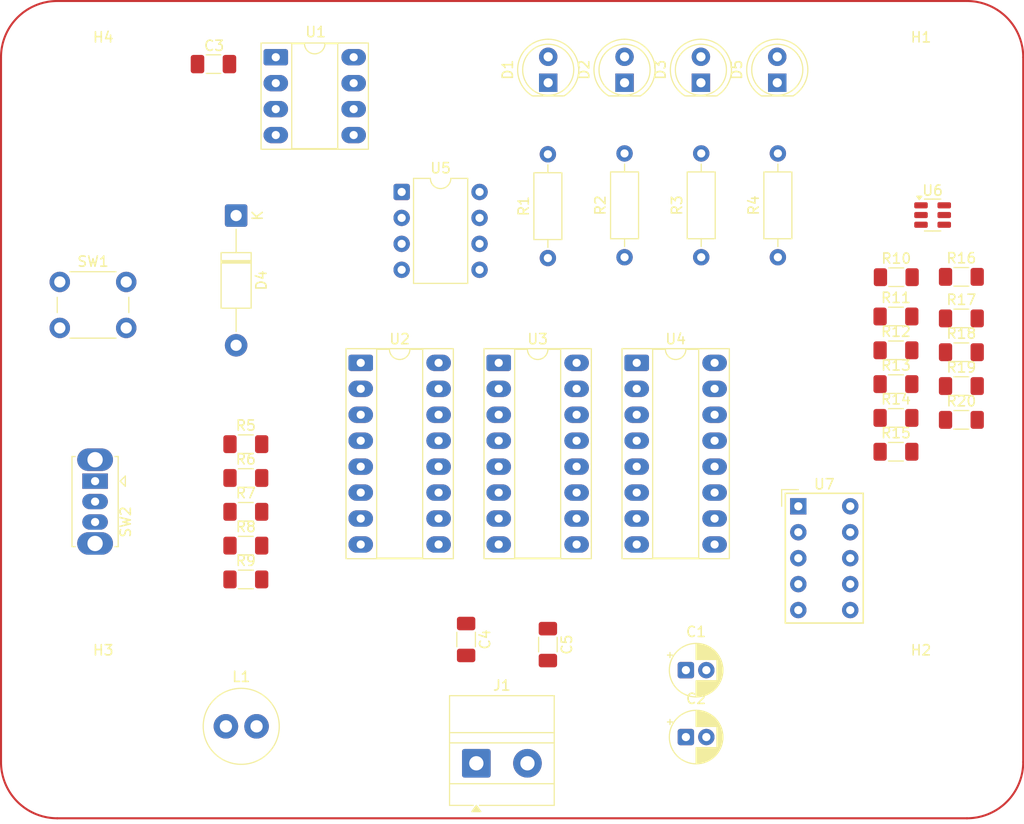
<source format=kicad_pcb>
(kicad_pcb (version 20241229) (generator "pcbnew") (generator_version "9.0")
  (layers (0 "F.Cu" signal) (2 "B.Cu" signal) (13 "F.Paste" user) (15 "B.Paste" user) (5 "F.SilkS" user "F.Silkscreen") (7 "B.SilkS" user "B.Silkscreen") (1 "F.Mask" user) (3 "B.Mask" user) (25 "Edge.Cuts" user))
  (net 0 "")
  (net 1 "VD")
  (net 2 "GND")
  (net 3 "+5V")
  (net 4 "Net-(SW2-C)")
  (net 5 "Net-(D1-K)")
  (net 6 "Q0")
  (net 7 "Net-(D2-K)")
  (net 8 "Q1")
  (net 9 "Q2")
  (net 10 "Net-(D3-K)")
  (net 11 "Net-(D4-K)")
  (net 12 "Q3")
  (net 13 "Net-(D5-K)")
  (net 16 "Reset")
  (net 17 "Net-(U2B-J)")
  (net 18 "Net-(U2A-J)")
  (net 20 "Clock")
  (net 24 "Net-(U3A-J)")
  (net 25 "Net-(U3B-J)")
  (net 26 "Net-(U5-THR)")
  (net 28 "Net-(U5-DIS)")
  (net 29 "555")
  (net 30 "Net-(U7-E)")
  (net 31 "Net-(U7-D)")
  (net 32 "Net-(U7-B)")
  (net 33 "Net-(U7-F)")
  (net 34 "Net-(U7-G)")
  (net 35 "Net-(U7-A)")
  (net 37 "Net-(U7-C)")
  (net 38 "Net-(U4-a)")
  (net 39 "Net-(U4-b)")
  (net 40 "Net-(U4-c)")
  (net 41 "Net-(R13-Pad1)")
  (net 42 "Net-(U4-d)")
  (net 43 "Net-(U4-BI)")
  (net 44 "Net-(U4-e)")
  (net 45 "Net-(U4-f)")
  (net 46 "Net-(U4-g)")
  (footprint "MountingHole:MountingHole_5.5mm" (layer "F.Cu") (at 244.5 71)
    (property "Reference" "H1" (at 0 -6.45 0) (layer "F.SilkS"))
    (property "Value" "MountingHole")
    (pad "" np_thru_hole circle (at 0 0) (size 5.5 5.5) (drill 5.5) (layers "*.Cu" "*.Mask"))
  )
  (footprint "Resistor_THT:R_Axial_DIN0207_L6.3mm_D2.5mm_P10.16mm_Horizontal" (layer "F.Cu") (at 223 86.08 90)
    (property "Reference" "R3" (at 5.08 -2.37 90) (layer "F.SilkS"))
    (property "Value" "4k7")
    (pad "1" thru_hole circle (at 0 0 90) (size 1.6 1.6) (drill 0.8) (layers "*.Cu" "*.Mask") (net 10 "Net-(D3-K)"))
    (pad "2" thru_hole circle (at 10.16 0 90) (size 1.6 1.6) (drill 0.8) (layers "*.Cu" "*.Mask") (net 2 "GND"))
  )
  (footprint "Resistor_SMD:R_1206_3216Metric_Pad1.30x1.75mm_HandSolder" (layer "F.Cu") (at 248.45 95.38)
    (property "Reference" "R18" (at 0 -1.83 0) (layer "F.SilkS"))
    (property "Value" "2k")
    (pad "1" smd roundrect (at -1.55 0) (size 1.3 1.75) (layers "F.Cu" "F.Mask" "F.Paste") (roundrect_rratio 0.192308) (net 46 "Net-(U4-g)"))
    (pad "2" smd roundrect (at 1.55 0) (size 1.3 1.75) (layers "F.Cu" "F.Mask" "F.Paste") (roundrect_rratio 0.192308) (net 34 "Net-(U7-G)"))
  )
  (footprint "MountingHole:MountingHole_5.5mm" (layer "F.Cu") (at 164.5 71)
    (property "Reference" "H4" (at 0 -6.45 0) (layer "F.SilkS"))
    (property "Value" "MountingHole")
    (pad "" np_thru_hole circle (at 0 0) (size 5.5 5.5) (drill 5.5) (layers "*.Cu" "*.Mask"))
  )
  (footprint "Package_DIP:DIP-16_W7.62mm_Socket_LongPads" (layer "F.Cu") (at 216.69 96.42)
    (property "Reference" "U4" (at 3.81 -2.33 0) (layer "F.SilkS"))
    (property "Value" "74LS47")
    (pad "1" thru_hole roundrect (at 0 0) (size 2.4 1.6) (drill 0.8) (layers "*.Cu" "*.Mask") (roundrect_rratio 0.15625) (net 8 "Q1"))
    (pad "2" thru_hole oval (at 0 2.54) (size 2.4 1.6) (drill 0.8) (layers "*.Cu" "*.Mask") (net 9 "Q2"))
    (pad "3" thru_hole oval (at 0 5.08) (size 2.4 1.6) (drill 0.8) (layers "*.Cu" "*.Mask") (net 43 "Net-(U4-BI)"))
    (pad "4" thru_hole oval (at 0 7.62) (size 2.4 1.6) (drill 0.8) (layers "*.Cu" "*.Mask") (net 43 "Net-(U4-BI)"))
    (pad "5" thru_hole oval (at 0 10.16) (size 2.4 1.6) (drill 0.8) (layers "*.Cu" "*.Mask") (net 43 "Net-(U4-BI)"))
    (pad "6" thru_hole oval (at 0 12.7) (size 2.4 1.6) (drill 0.8) (layers "*.Cu" "*.Mask") (net 12 "Q3"))
    (pad "7" thru_hole oval (at 0 15.24) (size 2.4 1.6) (drill 0.8) (layers "*.Cu" "*.Mask") (net 6 "Q0"))
    (pad "8" thru_hole oval (at 0 17.78) (size 2.4 1.6) (drill 0.8) (layers "*.Cu" "*.Mask") (net 2 "GND"))
    (pad "9" thru_hole oval (at 7.62 17.78) (size 2.4 1.6) (drill 0.8) (layers "*.Cu" "*.Mask") (net 44 "Net-(U4-e)"))
    (pad "10" thru_hole oval (at 7.62 15.24) (size 2.4 1.6) (drill 0.8) (layers "*.Cu" "*.Mask") (net 42 "Net-(U4-d)"))
    (pad "11" thru_hole oval (at 7.62 12.7) (size 2.4 1.6) (drill 0.8) (layers "*.Cu" "*.Mask") (net 40 "Net-(U4-c)"))
    (pad "12" thru_hole oval (at 7.62 10.16) (size 2.4 1.6) (drill 0.8) (layers "*.Cu" "*.Mask") (net 39 "Net-(U4-b)"))
    (pad "13" thru_hole oval (at 7.62 7.62) (size 2.4 1.6) (drill 0.8) (layers "*.Cu" "*.Mask") (net 38 "Net-(U4-a)"))
    (pad "14" thru_hole oval (at 7.62 5.08) (size 2.4 1.6) (drill 0.8) (layers "*.Cu" "*.Mask") (net 46 "Net-(U4-g)"))
    (pad "15" thru_hole oval (at 7.62 2.54) (size 2.4 1.6) (drill 0.8) (layers "*.Cu" "*.Mask") (net 45 "Net-(U4-f)"))
    (pad "16" thru_hole oval (at 7.62 0) (size 2.4 1.6) (drill 0.8) (layers "*.Cu" "*.Mask") (net 3 "+5V"))
  )
  (footprint "Resistor_SMD:R_1206_3216Metric_Pad1.30x1.75mm_HandSolder" (layer "F.Cu") (at 242.05 105.12)
    (property "Reference" "R15" (at 0 -1.83 0) (layer "F.SilkS"))
    (property "Value" "R")
    (pad "1" smd roundrect (at -1.55 0) (size 1.3 1.75) (layers "F.Cu" "F.Mask" "F.Paste") (roundrect_rratio 0.192308) (net 43 "Net-(U4-BI)"))
    (pad "2" smd roundrect (at 1.55 0) (size 1.3 1.75) (layers "F.Cu" "F.Mask" "F.Paste") (roundrect_rratio 0.192308) (net 3 "+5V"))
  )
  (footprint "Capacitor_SMD:C_1206_3216Metric_Pad1.33x1.80mm_HandSolder" (layer "F.Cu") (at 208 124 -90)
    (property "Reference" "C5" (at 0 -1.85 90) (layer "F.SilkS"))
    (property "Value" "10u")
    (pad "1" smd roundrect (at -1.5625 0 270) (size 1.325 1.8) (layers "F.Cu" "F.Mask" "F.Paste") (roundrect_rratio 0.188679) (net 26 "Net-(U5-THR)"))
    (pad "2" smd roundrect (at 1.5625 0 270) (size 1.325 1.8) (layers "F.Cu" "F.Mask" "F.Paste") (roundrect_rratio 0.188679) (net 2 "GND"))
  )
  (footprint "Resistor_SMD:R_1206_3216Metric_Pad1.30x1.75mm_HandSolder" (layer "F.Cu") (at 248.45 92.07)
    (property "Reference" "R17" (at 0 -1.83 0) (layer "F.SilkS"))
    (property "Value" "2k")
    (pad "1" smd roundrect (at -1.55 0) (size 1.3 1.75) (layers "F.Cu" "F.Mask" "F.Paste") (roundrect_rratio 0.192308) (net 45 "Net-(U4-f)"))
    (pad "2" smd roundrect (at 1.55 0) (size 1.3 1.75) (layers "F.Cu" "F.Mask" "F.Paste") (roundrect_rratio 0.192308) (net 33 "Net-(U7-F)"))
  )
  (footprint "Package_DIP:DIP-8_W7.62mm_Socket_LongPads" (layer "F.Cu") (at 181.38 66.5)
    (property "Reference" "U1" (at 3.900176 -2.466802 0) (layer "F.SilkS"))
    (property "Value" "LM2574N-5")
    (pad "1" thru_hole roundrect (at 0 0) (size 2.4 1.6) (drill 0.8) (layers "*.Cu" "*.Mask") (roundrect_rratio 0.15625) (net 3 "+5V"))
    (pad "2" thru_hole oval (at 0 2.54) (size 2.4 1.6) (drill 0.8) (layers "*.Cu" "*.Mask") (net 2 "GND"))
    (pad "3" thru_hole oval (at 0 5.08) (size 2.4 1.6) (drill 0.8) (layers "*.Cu" "*.Mask") (net 2 "GND"))
    (pad "4" thru_hole oval (at 0 7.62) (size 2.4 1.6) (drill 0.8) (layers "*.Cu" "*.Mask") (net 2 "GND"))
    (pad "5" thru_hole oval (at 7.62 7.62) (size 2.4 1.6) (drill 0.8) (layers "*.Cu" "*.Mask") (net 1 "VD"))
    (pad "6" thru_hole oval (at 7.62 5.08) (size 2.4 1.6) (drill 0.8) (layers "*.Cu" "*.Mask"))
    (pad "7" thru_hole oval (at 7.62 2.54) (size 2.4 1.6) (drill 0.8) (layers "*.Cu" "*.Mask") (net 11 "Net-(D4-K)"))
    (pad "8" thru_hole oval (at 7.62 0) (size 2.4 1.6) (drill 0.8) (layers "*.Cu" "*.Mask"))
  )
  (footprint "LED_THT:LED_D5.0mm" (layer "F.Cu") (at 222.97 69 90)
    (property "Reference" "D3" (at 1.27 -3.96 90) (layer "F.SilkS"))
    (property "Value" "~")
    (pad "1" thru_hole rect (at 0 0 90) (size 1.8 1.8) (drill 0.9) (layers "*.Cu" "*.Mask") (net 10 "Net-(D3-K)"))
    (pad "2" thru_hole circle (at 2.54 0 90) (size 1.8 1.8) (drill 0.9) (layers "*.Cu" "*.Mask") (net 9 "Q2"))
  )
  (footprint "MountingHole:MountingHole_5.5mm" (layer "F.Cu") (at 164.5 131)
    (property "Reference" "H3" (at 0 -6.45 0) (layer "F.SilkS"))
    (property "Value" "MountingHole")
    (pad "" np_thru_hole circle (at 0 0) (size 5.5 5.5) (drill 5.5) (layers "*.Cu" "*.Mask"))
  )
  (footprint "Resistor_THT:R_Axial_DIN0207_L6.3mm_D2.5mm_P10.16mm_Horizontal" (layer "F.Cu") (at 215.5 86.08 90)
    (property "Reference" "R2" (at 5.08 -2.37 90) (layer "F.SilkS"))
    (property "Value" "4k7")
    (pad "1" thru_hole circle (at 0 0 90) (size 1.6 1.6) (drill 0.8) (layers "*.Cu" "*.Mask") (net 7 "Net-(D2-K)"))
    (pad "2" thru_hole circle (at 10.16 0 90) (size 1.6 1.6) (drill 0.8) (layers "*.Cu" "*.Mask") (net 2 "GND"))
  )
  (footprint "Resistor_SMD:R_1206_3216Metric_Pad1.30x1.75mm_HandSolder" (layer "F.Cu") (at 178.45 107.69)
    (property "Reference" "R6" (at 0 -1.83 0) (layer "F.SilkS"))
    (property "Value" "2k")
    (pad "1" smd roundrect (at -1.55 0) (size 1.3 1.75) (layers "F.Cu" "F.Mask" "F.Paste") (roundrect_rratio 0.192308) (net 39 "Net-(U4-b)"))
    (pad "2" smd roundrect (at 1.55 0) (size 1.3 1.75) (layers "F.Cu" "F.Mask" "F.Paste") (roundrect_rratio 0.192308) (net 32 "Net-(U7-B)"))
  )
  (footprint "MountingHole:MountingHole_5.5mm" (layer "F.Cu") (at 244.5 131)
    (property "Reference" "H2" (at 0 -6.45 0) (layer "F.SilkS"))
    (property "Value" "MountingHole")
    (pad "" np_thru_hole circle (at 0 0) (size 5.5 5.5) (drill 5.5) (layers "*.Cu" "*.Mask"))
  )
  (footprint "Capacitor_SMD:C_1206_3216Metric_Pad1.33x1.80mm_HandSolder" (layer "F.Cu") (at 200 123.5 -90)
    (property "Reference" "C4" (at 0 -1.85 90) (layer "F.SilkS"))
    (property "Value" "100n")
    (pad "1" smd roundrect (at -1.5625 0 270) (size 1.325 1.8) (layers "F.Cu" "F.Mask" "F.Paste") (roundrect_rratio 0.188679) (net 3 "+5V"))
    (pad "2" smd roundrect (at 1.5625 0 270) (size 1.325 1.8) (layers "F.Cu" "F.Mask" "F.Paste") (roundrect_rratio 0.188679) (net 2 "GND"))
  )
  (footprint "Resistor_THT:R_Axial_DIN0207_L6.3mm_D2.5mm_P10.16mm_Horizontal" (layer "F.Cu") (at 230.5 86.08 90)
    (property "Reference" "R4" (at 5.08 -2.37 90) (layer "F.SilkS"))
    (property "Value" "4k7")
    (pad "1" thru_hole circle (at 0 0 90) (size 1.6 1.6) (drill 0.8) (layers "*.Cu" "*.Mask") (net 13 "Net-(D5-K)"))
    (pad "2" thru_hole circle (at 10.16 0 90) (size 1.6 1.6) (drill 0.8) (layers "*.Cu" "*.Mask") (net 2 "GND"))
  )
  (footprint "Resistor_SMD:R_1206_3216Metric_Pad1.30x1.75mm_HandSolder" (layer "F.Cu") (at 178.45 117.62)
    (property "Reference" "R9" (at 0 -1.83 0) (layer "F.SilkS"))
    (property "Value" "10k")
    (pad "1" smd roundrect (at -1.55 0) (size 1.3 1.75) (layers "F.Cu" "F.Mask" "F.Paste") (roundrect_rratio 0.192308) (net 3 "+5V"))
    (pad "2" smd roundrect (at 1.55 0) (size 1.3 1.75) (layers "F.Cu" "F.Mask" "F.Paste") (roundrect_rratio 0.192308) (net 18 "Net-(U2A-J)"))
  )
  (footprint "LED_THT:LED_D5.0mm" (layer "F.Cu") (at 208.03 69 90)
    (property "Reference" "D1" (at 1.27 -3.96 90) (layer "F.SilkS"))
    (property "Value" "~")
    (pad "1" thru_hole rect (at 0 0 90) (size 1.8 1.8) (drill 0.9) (layers "*.Cu" "*.Mask") (net 5 "Net-(D1-K)"))
    (pad "2" thru_hole circle (at 2.54 0 90) (size 1.8 1.8) (drill 0.9) (layers "*.Cu" "*.Mask") (net 6 "Q0"))
  )
  (footprint "Resistor_SMD:R_1206_3216Metric_Pad1.30x1.75mm_HandSolder" (layer "F.Cu") (at 248.45 102)
    (property "Reference" "R20" (at 0 -1.83 0) (layer "F.SilkS"))
    (property "Value" "47k")
    (pad "1" smd roundrect (at -1.55 0) (size 1.3 1.75) (layers "F.Cu" "F.Mask" "F.Paste") (roundrect_rratio 0.192308) (net 28 "Net-(U5-DIS)"))
    (pad "2" smd roundrect (at 1.55 0) (size 1.3 1.75) (layers "F.Cu" "F.Mask" "F.Paste") (roundrect_rratio 0.192308) (net 26 "Net-(U5-THR)"))
  )
  (footprint "LED_THT:LED_D5.0mm" (layer "F.Cu") (at 230.44 69 90)
    (property "Reference" "D5" (at 1.27 -3.96 90) (layer "F.SilkS"))
    (property "Value" "~")
    (pad "1" thru_hole rect (at 0 0 90) (size 1.8 1.8) (drill 0.9) (layers "*.Cu" "*.Mask") (net 13 "Net-(D5-K)"))
    (pad "2" thru_hole circle (at 2.54 0 90) (size 1.8 1.8) (drill 0.9) (layers "*.Cu" "*.Mask") (net 12 "Q3"))
  )
  (footprint "Resistor_SMD:R_1206_3216Metric_Pad1.30x1.75mm_HandSolder" (layer "F.Cu") (at 242.05 101.81)
    (property "Reference" "R14" (at 0 -1.83 0) (layer "F.SilkS"))
    (property "Value" "2k")
    (pad "1" smd roundrect (at -1.55 0) (size 1.3 1.75) (layers "F.Cu" "F.Mask" "F.Paste") (roundrect_rratio 0.192308) (net 42 "Net-(U4-d)"))
    (pad "2" smd roundrect (at 1.55 0) (size 1.3 1.75) (layers "F.Cu" "F.Mask" "F.Paste") (roundrect_rratio 0.192308) (net 31 "Net-(U7-D)"))
  )
  (footprint "Capacitor_SMD:C_1206_3216Metric_Pad1.33x1.80mm_HandSolder" (layer "F.Cu") (at 175.284073 67.175539)
    (property "Reference" "C3" (at 0.0625 -1.8 0) (layer "F.SilkS"))
    (property "Value" "1u")
    (pad "1" smd roundrect (at -1.5625 0) (size 1.325 1.8) (layers "F.Cu" "F.Mask" "F.Paste") (roundrect_rratio 0.188679) (net 2 "GND"))
    (pad "2" smd roundrect (at 1.5625 0) (size 1.325 1.8) (layers "F.Cu" "F.Mask" "F.Paste") (roundrect_rratio 0.188679) (net 4 "Net-(SW2-C)"))
  )
  (footprint "Diode_THT:D_DO-41_SOD81_P12.70mm_Horizontal" (layer "F.Cu") (at 177.5 82 -90)
    (property "Reference" "D4" (at 6.35 -2.47 90) (layer "F.SilkS"))
    (property "Value" "11DQO6")
    (fp_text user "K" (at 0 -2.1 90) (layer "F.SilkS"))
    (pad "1" thru_hole roundrect (at 0 0 270) (size 2.2 2.2) (drill 1.1) (layers "*.Cu" "*.Mask") (roundrect_rratio 0.113636) (net 11 "Net-(D4-K)"))
    (pad "2" thru_hole circle (at 12.7 0 270) (size 2.2 2.2) (drill 1.1) (layers "*.Cu" "*.Mask") (net 2 "GND"))
  )
  (footprint "Package_DIP:DIP-8_W7.62mm" (layer "F.Cu") (at 193.695 79.69)
    (property "Reference" "U5" (at 3.81 -2.33 0) (layer "F.SilkS"))
    (property "Value" "NE555P")
    (pad "1" thru_hole roundrect (at 0 0) (size 1.6 1.6) (drill 0.8) (layers "*.Cu" "*.Mask") (roundrect_rratio 0.15625) (net 2 "GND"))
    (pad "2" thru_hole circle (at 0 2.54) (size 1.6 1.6) (drill 0.8) (layers "*.Cu" "*.Mask") (net 26 "Net-(U5-THR)"))
    (pad "3" thru_hole circle (at 0 5.08) (size 1.6 1.6) (drill 0.8) (layers "*.Cu" "*.Mask") (net 29 "555"))
    (pad "4" thru_hole circle (at 0 7.62) (size 1.6 1.6) (drill 0.8) (layers "*.Cu" "*.Mask") (net 3 "+5V"))
    (pad "5" thru_hole circle (at 7.62 7.62) (size 1.6 1.6) (drill 0.8) (layers "*.Cu" "*.Mask"))
    (pad "6" thru_hole circle (at 7.62 5.08) (size 1.6 1.6) (drill 0.8) (layers "*.Cu" "*.Mask") (net 26 "Net-(U5-THR)"))
    (pad "7" thru_hole circle (at 7.62 2.54) (size 1.6 1.6) (drill 0.8) (layers "*.Cu" "*.Mask") (net 28 "Net-(U5-DIS)"))
    (pad "8" thru_hole circle (at 7.62 0) (size 1.6 1.6) (drill 0.8) (layers "*.Cu" "*.Mask") (net 3 "+5V"))
  )
  (footprint "Capacitor_THT:CP_Radial_D5.0mm_P2.00mm" (layer "F.Cu") (at 221.5 133.05)
    (property "Reference" "C2" (at 1 -3.75 0) (layer "F.SilkS"))
    (property "Value" "220u")
    (pad "1" thru_hole roundrect (at 0 0) (size 1.6 1.6) (drill 0.8) (layers "*.Cu" "*.Mask") (roundrect_rratio 0.15625) (net 3 "+5V"))
    (pad "2" thru_hole circle (at 2 0) (size 1.6 1.6) (drill 0.8) (layers "*.Cu" "*.Mask") (net 2 "GND"))
  )
  (footprint "Inductor_THT:L_Radial_D7.2mm_P3.00mm_Murata_1700" (layer "F.Cu") (at 176.5 132)
    (property "Reference" "L1" (at 1.5 -4.85 0) (layer "F.SilkS"))
    (property "Value" "330u")
    (pad "1" thru_hole circle (at 0 0) (size 2.4 2.4) (drill 1.2) (layers "*.Cu" "*.Mask") (net 11 "Net-(D4-K)"))
    (pad "2" thru_hole circle (at 3 0) (size 2.4 2.4) (drill 1.2) (layers "*.Cu" "*.Mask") (net 3 "+5V"))
  )
  (footprint "Button_Switch_THT:SW_PUSH_6mm_H4.3mm" (layer "F.Cu") (at 160.25 88.5)
    (property "Reference" "SW1" (at 3.25 -2 0) (layer "F.SilkS"))
    (property "Value" "~")
    (pad "1" thru_hole circle (at 0 0 90) (size 2 2) (drill 1.1) (layers "*.Cu" "*.Mask") (net 2 "GND"))
    (pad "1" thru_hole circle (at 6.5 0 90) (size 2 2) (drill 1.1) (layers "*.Cu" "*.Mask") (net 2 "GND"))
    (pad "2" thru_hole circle (at 0 4.5 90) (size 2 2) (drill 1.1) (layers "*.Cu" "*.Mask") (net 41 "Net-(R13-Pad1)"))
    (pad "2" thru_hole circle (at 6.5 4.5 90) (size 2 2) (drill 1.1) (layers "*.Cu" "*.Mask") (net 41 "Net-(R13-Pad1)"))
  )
  (footprint "Button_Switch_THT:SW_Slide_SPDT_Straight_CK_OS102011MS2Q" (layer "F.Cu") (at 163.7025 108 -90)
    (property "Reference" "SW2" (at 3.99 -2.99 90) (layer "F.SilkS"))
    (property "Value" "~")
    (pad "" thru_hole oval (at -2.1 0 270) (size 2.2 3.5) (drill 1.5) (layers "*.Cu" "*.Mask"))
    (pad "" thru_hole oval (at 6.1 0 270) (size 2.2 3.5) (drill 1.5) (layers "*.Cu" "*.Mask"))
    (pad "1" thru_hole rect (at 0 0 270) (size 1.5 2.5) (drill 0.8) (layers "*.Cu" "*.Mask") (net 20 "Clock"))
    (pad "2" thru_hole oval (at 2 0 270) (size 1.5 2.5) (drill 0.8) (layers "*.Cu" "*.Mask") (net 29 "555"))
    (pad "3" thru_hole oval (at 4 0 270) (size 1.5 2.5) (drill 0.8) (layers "*.Cu" "*.Mask") (net 4 "Net-(SW2-C)"))
  )
  (footprint "Resistor_SMD:R_1206_3216Metric_Pad1.30x1.75mm_HandSolder" (layer "F.Cu") (at 242.05 91.88)
    (property "Reference" "R11" (at 0 -1.83 0) (layer "F.SilkS"))
    (property "Value" "10k")
    (pad "1" smd roundrect (at -1.55 0) (size 1.3 1.75) (layers "F.Cu" "F.Mask" "F.Paste") (roundrect_rratio 0.192308) (net 3 "+5V"))
    (pad "2" smd roundrect (at 1.55 0) (size 1.3 1.75) (layers "F.Cu" "F.Mask" "F.Paste") (roundrect_rratio 0.192308) (net 24 "Net-(U3A-J)"))
  )
  (footprint "Package_DIP:DIP-16_W7.62mm_Socket_LongPads" (layer "F.Cu") (at 203.19 96.42)
    (property "Reference" "U3" (at 3.81 -2.33 0) (layer "F.SilkS"))
    (property "Value" "4027")
    (pad "1" thru_hole roundrect (at 0 0) (size 2.4 1.6) (drill 0.8) (layers "*.Cu" "*.Mask") (roundrect_rratio 0.15625) (net 9 "Q2"))
    (pad "2" thru_hole oval (at 0 2.54) (size 2.4 1.6) (drill 0.8) (layers "*.Cu" "*.Mask"))
    (pad "3" thru_hole oval (at 0 5.08) (size 2.4 1.6) (drill 0.8) (layers "*.Cu" "*.Mask") (net 8 "Q1"))
    (pad "4" thru_hole oval (at 0 7.62) (size 2.4 1.6) (drill 0.8) (layers "*.Cu" "*.Mask") (net 16 "Reset"))
    (pad "5" thru_hole oval (at 0 10.16) (size 2.4 1.6) (drill 0.8) (layers "*.Cu" "*.Mask") (net 24 "Net-(U3A-J)"))
    (pad "6" thru_hole oval (at 0 12.7) (size 2.4 1.6) (drill 0.8) (layers "*.Cu" "*.Mask") (net 24 "Net-(U3A-J)"))
    (pad "7" thru_hole oval (at 0 15.24) (size 2.4 1.6) (drill 0.8) (layers "*.Cu" "*.Mask") (net 2 "GND"))
    (pad "8" thru_hole oval (at 0 17.78) (size 2.4 1.6) (drill 0.8) (layers "*.Cu" "*.Mask") (net 2 "GND"))
    (pad "9" thru_hole oval (at 7.62 17.78) (size 2.4 1.6) (drill 0.8) (layers "*.Cu" "*.Mask") (net 2 "GND"))
    (pad "10" thru_hole oval (at 7.62 15.24) (size 2.4 1.6) (drill 0.8) (layers "*.Cu" "*.Mask") (net 25 "Net-(U3B-J)"))
    (pad "11" thru_hole oval (at 7.62 12.7) (size 2.4 1.6) (drill 0.8) (layers "*.Cu" "*.Mask") (net 25 "Net-(U3B-J)"))
    (pad "12" thru_hole oval (at 7.62 10.16) (size 2.4 1.6) (drill 0.8) (layers "*.Cu" "*.Mask") (net 16 "Reset"))
    (pad "13" thru_hole oval (at 7.62 7.62) (size 2.4 1.6) (drill 0.8) (layers "*.Cu" "*.Mask") (net 9 "Q2"))
    (pad "14" thru_hole oval (at 7.62 5.08) (size 2.4 1.6) (drill 0.8) (layers "*.Cu" "*.Mask"))
    (pad "15" thru_hole oval (at 7.62 2.54) (size 2.4 1.6) (drill 0.8) (layers "*.Cu" "*.Mask") (net 12 "Q3"))
    (pad "16" thru_hole oval (at 7.62 0) (size 2.4 1.6) (drill 0.8) (layers "*.Cu" "*.Mask") (net 3 "+5V"))
  )
  (footprint "Display_7Segment:HDSP-7401" (layer "F.Cu") (at 232.5 110.46)
    (property "Reference" "U7" (at 2.54 -2.159 0) (layer "F.SilkS"))
    (property "Value" "SA39-12EWA")
    (pad "1" thru_hole rect (at 0 0) (size 1.6 1.6) (drill 0.8) (layers "*.Cu" "*.Mask") (net 3 "+5V"))
    (pad "2" thru_hole circle (at 0 2.54) (size 1.6 1.6) (drill 0.8) (layers "*.Cu" "*.Mask") (net 33 "Net-(U7-F)"))
    (pad "3" thru_hole circle (at 0 5.08) (size 1.6 1.6) (drill 0.8) (layers "*.Cu" "*.Mask") (net 34 "Net-(U7-G)"))
    (pad "4" thru_hole circle (at 0 7.62) (size 1.6 1.6) (drill 0.8) (layers "*.Cu" "*.Mask") (net 30 "Net-(U7-E)"))
    (pad "5" thru_hole circle (at 0 10.16) (size 1.6 1.6) (drill 0.8) (layers "*.Cu" "*.Mask") (net 31 "Net-(U7-D)"))
    (pad "6" thru_hole circle (at 5.08 10.16) (size 1.6 1.6) (drill 0.8) (layers "*.Cu" "*.Mask") (net 3 "+5V"))
    (pad "7" thru_hole circle (at 5.08 7.62) (size 1.6 1.6) (drill 0.8) (layers "*.Cu" "*.Mask"))
    (pad "8" thru_hole circle (at 5.08 5.08) (size 1.6 1.6) (drill 0.8) (layers "*.Cu" "*.Mask") (net 37 "Net-(U7-C)"))
    (pad "9" thru_hole circle (at 5.08 2.54) (size 1.6 1.6) (drill 0.8) (layers "*.Cu" "*.Mask") (net 32 "Net-(U7-B)"))
    (pad "10" thru_hole circle (at 5.08 0) (size 1.6 1.6) (drill 0.8) (layers "*.Cu" "*.Mask") (net 35 "Net-(U7-A)"))
  )
  (footprint "Resistor_SMD:R_1206_3216Metric_Pad1.30x1.75mm_HandSolder" (layer "F.Cu") (at 178.45 111)
    (property "Reference" "R7" (at 0 -1.83 0) (layer "F.SilkS"))
    (property "Value" "2k")
    (pad "1" smd roundrect (at -1.55 0) (size 1.3 1.75) (layers "F.Cu" "F.Mask" "F.Paste") (roundrect_rratio 0.192308) (net 3 "+5V"))
    (pad "2" smd roundrect (at 1.55 0) (size 1.3 1.75) (layers "F.Cu" "F.Mask" "F.Paste") (roundrect_rratio 0.192308) (net 20 "Clock"))
  )
  (footprint "Resistor_SMD:R_1206_3216Metric_Pad1.30x1.75mm_HandSolder" (layer "F.Cu") (at 178.45 104.38)
    (property "Reference" "R5" (at 0 -1.83 0) (layer "F.SilkS"))
    (property "Value" "2k")
    (pad "1" smd roundrect (at -1.55 0) (size 1.3 1.75) (layers "F.Cu" "F.Mask" "F.Paste") (roundrect_rratio 0.192308) (net 38 "Net-(U4-a)"))
    (pad "2" smd roundrect (at 1.55 0) (size 1.3 1.75) (layers "F.Cu" "F.Mask" "F.Paste") (roundrect_rratio 0.192308) (net 35 "Net-(U7-A)"))
  )
  (footprint "Resistor_SMD:R_1206_3216Metric_Pad1.30x1.75mm_HandSolder" (layer "F.Cu") (at 248.45 88)
    (property "Reference" "R16" (at 0 -1.83 0) (layer "F.SilkS"))
    (property "Value" "2k")
    (pad "1" smd roundrect (at -1.55 0) (size 1.3 1.75) (layers "F.Cu" "F.Mask" "F.Paste") (roundrect_rratio 0.192308) (net 44 "Net-(U4-e)"))
    (pad "2" smd roundrect (at 1.55 0) (size 1.3 1.75) (layers "F.Cu" "F.Mask" "F.Paste") (roundrect_rratio 0.192308) (net 30 "Net-(U7-E)"))
  )
  (footprint "Resistor_THT:R_Axial_DIN0207_L6.3mm_D2.5mm_P10.16mm_Horizontal" (layer "F.Cu") (at 208 86.16 90)
    (property "Reference" "R1" (at 5.08 -2.37 90) (layer "F.SilkS"))
    (property "Value" "4k7")
    (pad "1" thru_hole circle (at 0 0 90) (size 1.6 1.6) (drill 0.8) (layers "*.Cu" "*.Mask") (net 5 "Net-(D1-K)"))
    (pad "2" thru_hole circle (at 10.16 0 90) (size 1.6 1.6) (drill 0.8) (layers "*.Cu" "*.Mask") (net 2 "GND"))
  )
  (footprint "LED_THT:LED_D5.0mm" (layer "F.Cu") (at 215.5 69 90)
    (property "Reference" "D2" (at 1.27 -3.96 90) (layer "F.SilkS"))
    (property "Value" "~")
    (pad "1" thru_hole rect (at 0 0 90) (size 1.8 1.8) (drill 0.9) (layers "*.Cu" "*.Mask") (net 7 "Net-(D2-K)"))
    (pad "2" thru_hole circle (at 2.54 0 90) (size 1.8 1.8) (drill 0.9) (layers "*.Cu" "*.Mask") (net 8 "Q1"))
  )
  (footprint "Resistor_SMD:R_1206_3216Metric_Pad1.30x1.75mm_HandSolder" (layer "F.Cu") (at 248.45 98.69)
    (property "Reference" "R19" (at 0 -1.83 0) (layer "F.SilkS"))
    (property "Value" "47k")
    (pad "1" smd roundrect (at -1.55 0) (size 1.3 1.75) (layers "F.Cu" "F.Mask" "F.Paste") (roundrect_rratio 0.192308) (net 3 "+5V"))
    (pad "2" smd roundrect (at 1.55 0) (size 1.3 1.75) (layers "F.Cu" "F.Mask" "F.Paste") (roundrect_rratio 0.192308) (net 28 "Net-(U5-DIS)"))
  )
  (footprint "Resistor_SMD:R_1206_3216Metric_Pad1.30x1.75mm_HandSolder" (layer "F.Cu") (at 242.08246 88.034876)
    (property "Reference" "R10" (at 0 -1.83 0) (layer "F.SilkS"))
    (property "Value" "10k")
    (pad "1" smd roundrect (at -1.55 0) (size 1.3 1.75) (layers "F.Cu" "F.Mask" "F.Paste") (roundrect_rratio 0.192308) (net 3 "+5V"))
    (pad "2" smd roundrect (at 1.55 0) (size 1.3 1.75) (layers "F.Cu" "F.Mask" "F.Paste") (roundrect_rratio 0.192308) (net 17 "Net-(U2B-J)"))
  )
  (footprint "Package_TO_SOT_SMD:SOT-23-6" (layer "F.Cu") (at 245.6375 81.95)
    (property "Reference" "U6" (at 0 -2.4 0) (layer "F.SilkS"))
    (property "Value" "SN74LVC1G11")
    (pad "1" smd roundrect (at -1.1375 -0.95) (size 1.325 0.6) (layers "F.Cu" "F.Mask" "F.Paste") (net 8 "Q1"))
    (pad "2" smd roundrect (at -1.1375 0) (size 1.325 0.6) (layers "F.Cu" "F.Mask" "F.Paste") (net 2 "GND"))
    (pad "3" smd roundrect (at -1.1375 0.95) (size 1.325 0.6) (layers "F.Cu" "F.Mask" "F.Paste") (net 12 "Q3"))
    (pad "4" smd roundrect (at 1.1375 0.95) (size 1.325 0.6) (layers "F.Cu" "F.Mask" "F.Paste") (net 16 "Reset"))
    (pad "5" smd roundrect (at 1.1375 0) (size 1.325 0.6) (layers "F.Cu" "F.Mask" "F.Paste") (net 3 "+5V"))
    (pad "6" smd roundrect (at 1.1375 -0.95) (size 1.325 0.6) (layers "F.Cu" "F.Mask" "F.Paste") (net 20 "Clock"))
  )
  (footprint "Resistor_SMD:R_1206_3216Metric_Pad1.30x1.75mm_HandSolder" (layer "F.Cu") (at 242.05 98.5)
    (property "Reference" "R13" (at 0 -1.83 0) (layer "F.SilkS"))
    (property "Value" "2k")
    (pad "1" smd roundrect (at -1.55 0) (size 1.3 1.75) (layers "F.Cu" "F.Mask" "F.Paste") (roundrect_rratio 0.192308) (net 41 "Net-(R13-Pad1)"))
    (pad "2" smd roundrect (at 1.55 0) (size 1.3 1.75) (layers "F.Cu" "F.Mask" "F.Paste") (roundrect_rratio 0.192308) (net 4 "Net-(SW2-C)"))
  )
  (footprint "Package_DIP:DIP-16_W7.62mm_Socket_LongPads" (layer "F.Cu") (at 189.69 96.42)
    (property "Reference" "U2" (at 3.81 -2.33 0) (layer "F.SilkS"))
    (property "Value" "4027")
    (pad "1" thru_hole roundrect (at 0 0) (size 2.4 1.6) (drill 0.8) (layers "*.Cu" "*.Mask") (roundrect_rratio 0.15625) (net 6 "Q0"))
    (pad "2" thru_hole oval (at 0 2.54) (size 2.4 1.6) (drill 0.8) (layers "*.Cu" "*.Mask"))
    (pad "3" thru_hole oval (at 0 5.08) (size 2.4 1.6) (drill 0.8) (layers "*.Cu" "*.Mask") (net 20 "Clock"))
    (pad "4" thru_hole oval (at 0 7.62) (size 2.4 1.6) (drill 0.8) (layers "*.Cu" "*.Mask") (net 16 "Reset"))
    (pad "5" thru_hole oval (at 0 10.16) (size 2.4 1.6) (drill 0.8) (layers "*.Cu" "*.Mask") (net 18 "Net-(U2A-J)"))
    (pad "6" thru_hole oval (at 0 12.7) (size 2.4 1.6) (drill 0.8) (layers "*.Cu" "*.Mask") (net 18 "Net-(U2A-J)"))
    (pad "7" thru_hole oval (at 0 15.24) (size 2.4 1.6) (drill 0.8) (layers "*.Cu" "*.Mask") (net 2 "GND"))
    (pad "8" thru_hole oval (at 0 17.78) (size 2.4 1.6) (drill 0.8) (layers "*.Cu" "*.Mask") (net 2 "GND"))
    (pad "9" thru_hole oval (at 7.62 17.78) (size 2.4 1.6) (drill 0.8) (layers "*.Cu" "*.Mask") (net 2 "GND"))
    (pad "10" thru_hole oval (at 7.62 15.24) (size 2.4 1.6) (drill 0.8) (layers "*.Cu" "*.Mask") (net 17 "Net-(U2B-J)"))
    (pad "11" thru_hole oval (at 7.62 12.7) (size 2.4 1.6) (drill 0.8) (layers "*.Cu" "*.Mask") (net 17 "Net-(U2B-J)"))
    (pad "12" thru_hole oval (at 7.62 10.16) (size 2.4 1.6) (drill 0.8) (layers "*.Cu" "*.Mask") (net 16 "Reset"))
    (pad "13" thru_hole oval (at 7.62 7.62) (size 2.4 1.6) (drill 0.8) (layers "*.Cu" "*.Mask") (net 6 "Q0"))
    (pad "14" thru_hole oval (at 7.62 5.08) (size 2.4 1.6) (drill 0.8) (layers "*.Cu" "*.Mask"))
    (pad "15" thru_hole oval (at 7.62 2.54) (size 2.4 1.6) (drill 0.8) (layers "*.Cu" "*.Mask") (net 8 "Q1"))
    (pad "16" thru_hole oval (at 7.62 0) (size 2.4 1.6) (drill 0.8) (layers "*.Cu" "*.Mask") (net 3 "+5V"))
  )
  (footprint "Capacitor_THT:CP_Radial_D5.0mm_P2.00mm" (layer "F.Cu") (at 221.5 126.5)
    (property "Reference" "C1" (at 1 -3.75 0) (layer "F.SilkS"))
    (property "Value" "22u")
    (pad "1" thru_hole roundrect (at 0 0) (size 1.6 1.6) (drill 0.8) (layers "*.Cu" "*.Mask") (roundrect_rratio 0.15625) (net 1 "VD"))
    (pad "2" thru_hole circle (at 2 0) (size 1.6 1.6) (drill 0.8) (layers "*.Cu" "*.Mask") (net 2 "GND"))
  )
  (footprint "TerminalBlock_MetzConnect:TerminalBlock_MetzConnect_Type011_RT05502HBLC_1x02_P5.00mm_Horizontal" (layer "F.Cu") (at 201 135.6175)
    (property "Reference" "J1" (at 2.5 -7.62 0) (layer "F.SilkS"))
    (property "Value" "~")
    (pad "1" thru_hole roundrect (at 0 0) (size 2.8 2.8) (drill 1.4) (layers "*.Cu" "*.Mask") (roundrect_rratio 0.089286) (net 2 "GND"))
    (pad "2" thru_hole circle (at 5 0) (size 2.8 2.8) (drill 1.4) (layers "*.Cu" "*.Mask") (net 1 "VD"))
  )
  (footprint "Resistor_SMD:R_1206_3216Metric_Pad1.30x1.75mm_HandSolder" (layer "F.Cu") (at 242.05 95.19)
    (property "Reference" "R12" (at 0 -1.83 0) (layer "F.SilkS"))
    (property "Value" "10k")
    (pad "1" smd roundrect (at -1.55 0) (size 1.3 1.75) (layers "F.Cu" "F.Mask" "F.Paste") (roundrect_rratio 0.192308) (net 3 "+5V"))
    (pad "2" smd roundrect (at 1.55 0) (size 1.3 1.75) (layers "F.Cu" "F.Mask" "F.Paste") (roundrect_rratio 0.192308) (net 25 "Net-(U3B-J)"))
  )
  (footprint "Resistor_SMD:R_1206_3216Metric_Pad1.30x1.75mm_HandSolder" (layer "F.Cu") (at 178.45 114.31)
    (property "Reference" "R8" (at 0 -1.83 0) (layer "F.SilkS"))
    (property "Value" "2k")
    (pad "1" smd roundrect (at -1.55 0) (size 1.3 1.75) (layers "F.Cu" "F.Mask" "F.Paste") (roundrect_rratio 0.192308) (net 40 "Net-(U4-c)"))
    (pad "2" smd roundrect (at 1.55 0) (size 1.3 1.75) (layers "F.Cu" "F.Mask" "F.Paste") (roundrect_rratio 0.192308) (net 37 "Net-(U7-C)"))
  )
  (gr_arc (start 254.5 135.5) (mid 252.889087 139.389087) (end 249 141) (stroke (width 0.2)) (layer "F.Cu"))
  (gr_line (start 160 61) (end 249 61) (stroke (width 0.2)) (layer "F.Cu"))
  (gr_line (start 249 141) (end 160 141) (stroke (width 0.2)) (layer "F.Cu"))
  (gr_arc (start 249 61) (mid 252.889087 62.610913) (end 254.5 66.5) (stroke (width 0.2)) (layer "F.Cu"))
  (gr_line (start 254.5 66.5) (end 254.5 135.5) (stroke (width 0.2)) (layer "F.Cu"))
  (gr_arc (start 154.5 66.5) (mid 156.110913 62.610913) (end 160 61) (stroke (width 0.2)) (layer "F.Cu"))
  (gr_line (start 154.5 135.5) (end 154.5 66.5) (stroke (width 0.2)) (layer "F.Cu"))
  (gr_arc (start 160 141) (mid 156.110913 139.389087) (end 154.5 135.5) (stroke (width 0.2)) (layer "F.Cu"))
)
</source>
